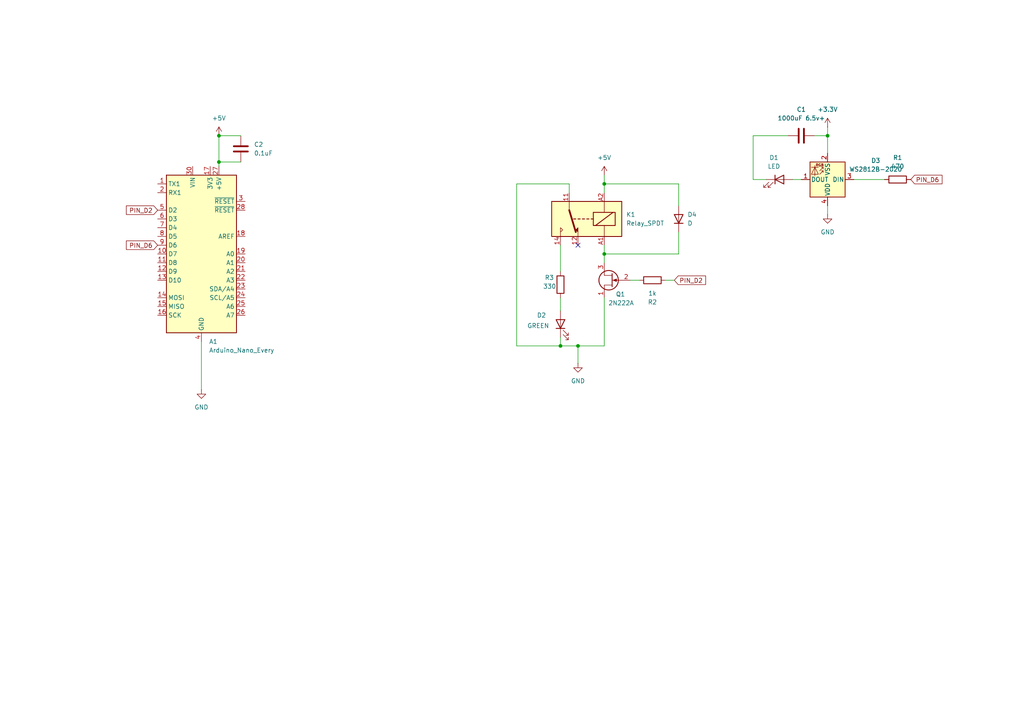
<source format=kicad_sch>
(kicad_sch
	(version 20231120)
	(generator "eeschema")
	(generator_version "8.0")
	(uuid "f73f8998-f784-4011-967f-5a4430ba309e")
	(paper "A4")
	(lib_symbols
		(symbol "Device:C"
			(pin_numbers hide)
			(pin_names
				(offset 0.254)
			)
			(exclude_from_sim no)
			(in_bom yes)
			(on_board yes)
			(property "Reference" "C"
				(at 0.635 2.54 0)
				(effects
					(font
						(size 1.27 1.27)
					)
					(justify left)
				)
			)
			(property "Value" "C"
				(at 0.635 -2.54 0)
				(effects
					(font
						(size 1.27 1.27)
					)
					(justify left)
				)
			)
			(property "Footprint" ""
				(at 0.9652 -3.81 0)
				(effects
					(font
						(size 1.27 1.27)
					)
					(hide yes)
				)
			)
			(property "Datasheet" "~"
				(at 0 0 0)
				(effects
					(font
						(size 1.27 1.27)
					)
					(hide yes)
				)
			)
			(property "Description" "Unpolarized capacitor"
				(at 0 0 0)
				(effects
					(font
						(size 1.27 1.27)
					)
					(hide yes)
				)
			)
			(property "ki_keywords" "cap capacitor"
				(at 0 0 0)
				(effects
					(font
						(size 1.27 1.27)
					)
					(hide yes)
				)
			)
			(property "ki_fp_filters" "C_*"
				(at 0 0 0)
				(effects
					(font
						(size 1.27 1.27)
					)
					(hide yes)
				)
			)
			(symbol "C_0_1"
				(polyline
					(pts
						(xy -2.032 -0.762) (xy 2.032 -0.762)
					)
					(stroke
						(width 0.508)
						(type default)
					)
					(fill
						(type none)
					)
				)
				(polyline
					(pts
						(xy -2.032 0.762) (xy 2.032 0.762)
					)
					(stroke
						(width 0.508)
						(type default)
					)
					(fill
						(type none)
					)
				)
			)
			(symbol "C_1_1"
				(pin passive line
					(at 0 3.81 270)
					(length 2.794)
					(name "~"
						(effects
							(font
								(size 1.27 1.27)
							)
						)
					)
					(number "1"
						(effects
							(font
								(size 1.27 1.27)
							)
						)
					)
				)
				(pin passive line
					(at 0 -3.81 90)
					(length 2.794)
					(name "~"
						(effects
							(font
								(size 1.27 1.27)
							)
						)
					)
					(number "2"
						(effects
							(font
								(size 1.27 1.27)
							)
						)
					)
				)
			)
		)
		(symbol "Device:D"
			(pin_numbers hide)
			(pin_names
				(offset 1.016) hide)
			(exclude_from_sim no)
			(in_bom yes)
			(on_board yes)
			(property "Reference" "D"
				(at 0 2.54 0)
				(effects
					(font
						(size 1.27 1.27)
					)
				)
			)
			(property "Value" "D"
				(at 0 -2.54 0)
				(effects
					(font
						(size 1.27 1.27)
					)
				)
			)
			(property "Footprint" ""
				(at 0 0 0)
				(effects
					(font
						(size 1.27 1.27)
					)
					(hide yes)
				)
			)
			(property "Datasheet" "~"
				(at 0 0 0)
				(effects
					(font
						(size 1.27 1.27)
					)
					(hide yes)
				)
			)
			(property "Description" "Diode"
				(at 0 0 0)
				(effects
					(font
						(size 1.27 1.27)
					)
					(hide yes)
				)
			)
			(property "Sim.Device" "D"
				(at 0 0 0)
				(effects
					(font
						(size 1.27 1.27)
					)
					(hide yes)
				)
			)
			(property "Sim.Pins" "1=K 2=A"
				(at 0 0 0)
				(effects
					(font
						(size 1.27 1.27)
					)
					(hide yes)
				)
			)
			(property "ki_keywords" "diode"
				(at 0 0 0)
				(effects
					(font
						(size 1.27 1.27)
					)
					(hide yes)
				)
			)
			(property "ki_fp_filters" "TO-???* *_Diode_* *SingleDiode* D_*"
				(at 0 0 0)
				(effects
					(font
						(size 1.27 1.27)
					)
					(hide yes)
				)
			)
			(symbol "D_0_1"
				(polyline
					(pts
						(xy -1.27 1.27) (xy -1.27 -1.27)
					)
					(stroke
						(width 0.254)
						(type default)
					)
					(fill
						(type none)
					)
				)
				(polyline
					(pts
						(xy 1.27 0) (xy -1.27 0)
					)
					(stroke
						(width 0)
						(type default)
					)
					(fill
						(type none)
					)
				)
				(polyline
					(pts
						(xy 1.27 1.27) (xy 1.27 -1.27) (xy -1.27 0) (xy 1.27 1.27)
					)
					(stroke
						(width 0.254)
						(type default)
					)
					(fill
						(type none)
					)
				)
			)
			(symbol "D_1_1"
				(pin passive line
					(at -3.81 0 0)
					(length 2.54)
					(name "K"
						(effects
							(font
								(size 1.27 1.27)
							)
						)
					)
					(number "1"
						(effects
							(font
								(size 1.27 1.27)
							)
						)
					)
				)
				(pin passive line
					(at 3.81 0 180)
					(length 2.54)
					(name "A"
						(effects
							(font
								(size 1.27 1.27)
							)
						)
					)
					(number "2"
						(effects
							(font
								(size 1.27 1.27)
							)
						)
					)
				)
			)
		)
		(symbol "Device:LED"
			(pin_numbers hide)
			(pin_names
				(offset 1.016) hide)
			(exclude_from_sim no)
			(in_bom yes)
			(on_board yes)
			(property "Reference" "D"
				(at 0 2.54 0)
				(effects
					(font
						(size 1.27 1.27)
					)
				)
			)
			(property "Value" "LED"
				(at 0 -2.54 0)
				(effects
					(font
						(size 1.27 1.27)
					)
				)
			)
			(property "Footprint" ""
				(at 0 0 0)
				(effects
					(font
						(size 1.27 1.27)
					)
					(hide yes)
				)
			)
			(property "Datasheet" "~"
				(at 0 0 0)
				(effects
					(font
						(size 1.27 1.27)
					)
					(hide yes)
				)
			)
			(property "Description" "Light emitting diode"
				(at 0 0 0)
				(effects
					(font
						(size 1.27 1.27)
					)
					(hide yes)
				)
			)
			(property "ki_keywords" "LED diode"
				(at 0 0 0)
				(effects
					(font
						(size 1.27 1.27)
					)
					(hide yes)
				)
			)
			(property "ki_fp_filters" "LED* LED_SMD:* LED_THT:*"
				(at 0 0 0)
				(effects
					(font
						(size 1.27 1.27)
					)
					(hide yes)
				)
			)
			(symbol "LED_0_1"
				(polyline
					(pts
						(xy -1.27 -1.27) (xy -1.27 1.27)
					)
					(stroke
						(width 0.254)
						(type default)
					)
					(fill
						(type none)
					)
				)
				(polyline
					(pts
						(xy -1.27 0) (xy 1.27 0)
					)
					(stroke
						(width 0)
						(type default)
					)
					(fill
						(type none)
					)
				)
				(polyline
					(pts
						(xy 1.27 -1.27) (xy 1.27 1.27) (xy -1.27 0) (xy 1.27 -1.27)
					)
					(stroke
						(width 0.254)
						(type default)
					)
					(fill
						(type none)
					)
				)
				(polyline
					(pts
						(xy -3.048 -0.762) (xy -4.572 -2.286) (xy -3.81 -2.286) (xy -4.572 -2.286) (xy -4.572 -1.524)
					)
					(stroke
						(width 0)
						(type default)
					)
					(fill
						(type none)
					)
				)
				(polyline
					(pts
						(xy -1.778 -0.762) (xy -3.302 -2.286) (xy -2.54 -2.286) (xy -3.302 -2.286) (xy -3.302 -1.524)
					)
					(stroke
						(width 0)
						(type default)
					)
					(fill
						(type none)
					)
				)
			)
			(symbol "LED_1_1"
				(pin passive line
					(at -3.81 0 0)
					(length 2.54)
					(name "K"
						(effects
							(font
								(size 1.27 1.27)
							)
						)
					)
					(number "1"
						(effects
							(font
								(size 1.27 1.27)
							)
						)
					)
				)
				(pin passive line
					(at 3.81 0 180)
					(length 2.54)
					(name "A"
						(effects
							(font
								(size 1.27 1.27)
							)
						)
					)
					(number "2"
						(effects
							(font
								(size 1.27 1.27)
							)
						)
					)
				)
			)
		)
		(symbol "Device:R"
			(pin_numbers hide)
			(pin_names
				(offset 0)
			)
			(exclude_from_sim no)
			(in_bom yes)
			(on_board yes)
			(property "Reference" "R"
				(at 2.032 0 90)
				(effects
					(font
						(size 1.27 1.27)
					)
				)
			)
			(property "Value" "R"
				(at 0 0 90)
				(effects
					(font
						(size 1.27 1.27)
					)
				)
			)
			(property "Footprint" ""
				(at -1.778 0 90)
				(effects
					(font
						(size 1.27 1.27)
					)
					(hide yes)
				)
			)
			(property "Datasheet" "~"
				(at 0 0 0)
				(effects
					(font
						(size 1.27 1.27)
					)
					(hide yes)
				)
			)
			(property "Description" "Resistor"
				(at 0 0 0)
				(effects
					(font
						(size 1.27 1.27)
					)
					(hide yes)
				)
			)
			(property "ki_keywords" "R res resistor"
				(at 0 0 0)
				(effects
					(font
						(size 1.27 1.27)
					)
					(hide yes)
				)
			)
			(property "ki_fp_filters" "R_*"
				(at 0 0 0)
				(effects
					(font
						(size 1.27 1.27)
					)
					(hide yes)
				)
			)
			(symbol "R_0_1"
				(rectangle
					(start -1.016 -2.54)
					(end 1.016 2.54)
					(stroke
						(width 0.254)
						(type default)
					)
					(fill
						(type none)
					)
				)
			)
			(symbol "R_1_1"
				(pin passive line
					(at 0 3.81 270)
					(length 1.27)
					(name "~"
						(effects
							(font
								(size 1.27 1.27)
							)
						)
					)
					(number "1"
						(effects
							(font
								(size 1.27 1.27)
							)
						)
					)
				)
				(pin passive line
					(at 0 -3.81 90)
					(length 1.27)
					(name "~"
						(effects
							(font
								(size 1.27 1.27)
							)
						)
					)
					(number "2"
						(effects
							(font
								(size 1.27 1.27)
							)
						)
					)
				)
			)
		)
		(symbol "LED:WS2812B-2020"
			(pin_names
				(offset 0.254)
			)
			(exclude_from_sim no)
			(in_bom yes)
			(on_board yes)
			(property "Reference" "D"
				(at 5.08 5.715 0)
				(effects
					(font
						(size 1.27 1.27)
					)
					(justify right bottom)
				)
			)
			(property "Value" "WS2812B-2020"
				(at 1.27 -5.715 0)
				(effects
					(font
						(size 1.27 1.27)
					)
					(justify left top)
				)
			)
			(property "Footprint" "LED_SMD:LED_WS2812B-2020_PLCC4_2.0x2.0mm"
				(at 1.27 -7.62 0)
				(effects
					(font
						(size 1.27 1.27)
					)
					(justify left top)
					(hide yes)
				)
			)
			(property "Datasheet" "https://cdn-shop.adafruit.com/product-files/4684/4684_WS2812B-2020_V1.3_EN.pdf"
				(at 2.54 -9.525 0)
				(effects
					(font
						(size 1.27 1.27)
					)
					(justify left top)
					(hide yes)
				)
			)
			(property "Description" "RGB LED with integrated controller, 2.0 x 2.0 mm, 12 mA"
				(at 0 0 0)
				(effects
					(font
						(size 1.27 1.27)
					)
					(hide yes)
				)
			)
			(property "ki_keywords" "RGB LED NeoPixel Nano addressable"
				(at 0 0 0)
				(effects
					(font
						(size 1.27 1.27)
					)
					(hide yes)
				)
			)
			(property "ki_fp_filters" "LED*WS2812*-2020_PLCC4*"
				(at 0 0 0)
				(effects
					(font
						(size 1.27 1.27)
					)
					(hide yes)
				)
			)
			(symbol "WS2812B-2020_0_0"
				(text "RGB"
					(at 2.286 -4.191 0)
					(effects
						(font
							(size 0.762 0.762)
						)
					)
				)
			)
			(symbol "WS2812B-2020_0_1"
				(polyline
					(pts
						(xy 1.27 -3.556) (xy 1.778 -3.556)
					)
					(stroke
						(width 0)
						(type default)
					)
					(fill
						(type none)
					)
				)
				(polyline
					(pts
						(xy 1.27 -2.54) (xy 1.778 -2.54)
					)
					(stroke
						(width 0)
						(type default)
					)
					(fill
						(type none)
					)
				)
				(polyline
					(pts
						(xy 4.699 -3.556) (xy 2.667 -3.556)
					)
					(stroke
						(width 0)
						(type default)
					)
					(fill
						(type none)
					)
				)
				(polyline
					(pts
						(xy 2.286 -2.54) (xy 1.27 -3.556) (xy 1.27 -3.048)
					)
					(stroke
						(width 0)
						(type default)
					)
					(fill
						(type none)
					)
				)
				(polyline
					(pts
						(xy 2.286 -1.524) (xy 1.27 -2.54) (xy 1.27 -2.032)
					)
					(stroke
						(width 0)
						(type default)
					)
					(fill
						(type none)
					)
				)
				(polyline
					(pts
						(xy 3.683 -1.016) (xy 3.683 -3.556) (xy 3.683 -4.064)
					)
					(stroke
						(width 0)
						(type default)
					)
					(fill
						(type none)
					)
				)
				(polyline
					(pts
						(xy 4.699 -1.524) (xy 2.667 -1.524) (xy 3.683 -3.556) (xy 4.699 -1.524)
					)
					(stroke
						(width 0)
						(type default)
					)
					(fill
						(type none)
					)
				)
				(rectangle
					(start 5.08 5.08)
					(end -5.08 -5.08)
					(stroke
						(width 0.254)
						(type default)
					)
					(fill
						(type background)
					)
				)
			)
			(symbol "WS2812B-2020_1_1"
				(pin output line
					(at 7.62 0 180)
					(length 2.54)
					(name "DOUT"
						(effects
							(font
								(size 1.27 1.27)
							)
						)
					)
					(number "1"
						(effects
							(font
								(size 1.27 1.27)
							)
						)
					)
				)
				(pin power_in line
					(at 0 -7.62 90)
					(length 2.54)
					(name "VSS"
						(effects
							(font
								(size 1.27 1.27)
							)
						)
					)
					(number "2"
						(effects
							(font
								(size 1.27 1.27)
							)
						)
					)
				)
				(pin input line
					(at -7.62 0 0)
					(length 2.54)
					(name "DIN"
						(effects
							(font
								(size 1.27 1.27)
							)
						)
					)
					(number "3"
						(effects
							(font
								(size 1.27 1.27)
							)
						)
					)
				)
				(pin power_in line
					(at 0 7.62 270)
					(length 2.54)
					(name "VDD"
						(effects
							(font
								(size 1.27 1.27)
							)
						)
					)
					(number "4"
						(effects
							(font
								(size 1.27 1.27)
							)
						)
					)
				)
			)
		)
		(symbol "MCU_Module:Arduino_Nano_Every"
			(exclude_from_sim no)
			(in_bom yes)
			(on_board yes)
			(property "Reference" "A"
				(at -10.16 23.495 0)
				(effects
					(font
						(size 1.27 1.27)
					)
					(justify left bottom)
				)
			)
			(property "Value" "Arduino_Nano_Every"
				(at 5.08 -24.13 0)
				(effects
					(font
						(size 1.27 1.27)
					)
					(justify left top)
				)
			)
			(property "Footprint" "Module:Arduino_Nano"
				(at 0 0 0)
				(effects
					(font
						(size 1.27 1.27)
						(italic yes)
					)
					(hide yes)
				)
			)
			(property "Datasheet" "https://content.arduino.cc/assets/NANOEveryV3.0_sch.pdf"
				(at 0 0 0)
				(effects
					(font
						(size 1.27 1.27)
					)
					(hide yes)
				)
			)
			(property "Description" "Arduino Nano Every"
				(at 0 0 0)
				(effects
					(font
						(size 1.27 1.27)
					)
					(hide yes)
				)
			)
			(property "ki_keywords" "Arduino nano microcontroller module USB UPDI AATMega4809 AVR"
				(at 0 0 0)
				(effects
					(font
						(size 1.27 1.27)
					)
					(hide yes)
				)
			)
			(property "ki_fp_filters" "Arduino*Nano*"
				(at 0 0 0)
				(effects
					(font
						(size 1.27 1.27)
					)
					(hide yes)
				)
			)
			(symbol "Arduino_Nano_Every_0_1"
				(rectangle
					(start -10.16 22.86)
					(end 10.16 -22.86)
					(stroke
						(width 0.254)
						(type default)
					)
					(fill
						(type background)
					)
				)
			)
			(symbol "Arduino_Nano_Every_1_1"
				(pin bidirectional line
					(at -12.7 20.32 0)
					(length 2.54)
					(name "TX1"
						(effects
							(font
								(size 1.27 1.27)
							)
						)
					)
					(number "1"
						(effects
							(font
								(size 1.27 1.27)
							)
						)
					)
				)
				(pin bidirectional line
					(at -12.7 0 0)
					(length 2.54)
					(name "D7"
						(effects
							(font
								(size 1.27 1.27)
							)
						)
					)
					(number "10"
						(effects
							(font
								(size 1.27 1.27)
							)
						)
					)
				)
				(pin bidirectional line
					(at -12.7 -2.54 0)
					(length 2.54)
					(name "D8"
						(effects
							(font
								(size 1.27 1.27)
							)
						)
					)
					(number "11"
						(effects
							(font
								(size 1.27 1.27)
							)
						)
					)
				)
				(pin bidirectional line
					(at -12.7 -5.08 0)
					(length 2.54)
					(name "D9"
						(effects
							(font
								(size 1.27 1.27)
							)
						)
					)
					(number "12"
						(effects
							(font
								(size 1.27 1.27)
							)
						)
					)
				)
				(pin bidirectional line
					(at -12.7 -7.62 0)
					(length 2.54)
					(name "D10"
						(effects
							(font
								(size 1.27 1.27)
							)
						)
					)
					(number "13"
						(effects
							(font
								(size 1.27 1.27)
							)
						)
					)
				)
				(pin bidirectional line
					(at -12.7 -12.7 0)
					(length 2.54)
					(name "MOSI"
						(effects
							(font
								(size 1.27 1.27)
							)
						)
					)
					(number "14"
						(effects
							(font
								(size 1.27 1.27)
							)
						)
					)
				)
				(pin bidirectional line
					(at -12.7 -15.24 0)
					(length 2.54)
					(name "MISO"
						(effects
							(font
								(size 1.27 1.27)
							)
						)
					)
					(number "15"
						(effects
							(font
								(size 1.27 1.27)
							)
						)
					)
				)
				(pin bidirectional line
					(at -12.7 -17.78 0)
					(length 2.54)
					(name "SCK"
						(effects
							(font
								(size 1.27 1.27)
							)
						)
					)
					(number "16"
						(effects
							(font
								(size 1.27 1.27)
							)
						)
					)
				)
				(pin power_out line
					(at 2.54 25.4 270)
					(length 2.54)
					(name "3V3"
						(effects
							(font
								(size 1.27 1.27)
							)
						)
					)
					(number "17"
						(effects
							(font
								(size 1.27 1.27)
							)
						)
					)
				)
				(pin input line
					(at 12.7 5.08 180)
					(length 2.54)
					(name "AREF"
						(effects
							(font
								(size 1.27 1.27)
							)
						)
					)
					(number "18"
						(effects
							(font
								(size 1.27 1.27)
							)
						)
					)
				)
				(pin bidirectional line
					(at 12.7 0 180)
					(length 2.54)
					(name "A0"
						(effects
							(font
								(size 1.27 1.27)
							)
						)
					)
					(number "19"
						(effects
							(font
								(size 1.27 1.27)
							)
						)
					)
				)
				(pin bidirectional line
					(at -12.7 17.78 0)
					(length 2.54)
					(name "RX1"
						(effects
							(font
								(size 1.27 1.27)
							)
						)
					)
					(number "2"
						(effects
							(font
								(size 1.27 1.27)
							)
						)
					)
				)
				(pin bidirectional line
					(at 12.7 -2.54 180)
					(length 2.54)
					(name "A1"
						(effects
							(font
								(size 1.27 1.27)
							)
						)
					)
					(number "20"
						(effects
							(font
								(size 1.27 1.27)
							)
						)
					)
				)
				(pin bidirectional line
					(at 12.7 -5.08 180)
					(length 2.54)
					(name "A2"
						(effects
							(font
								(size 1.27 1.27)
							)
						)
					)
					(number "21"
						(effects
							(font
								(size 1.27 1.27)
							)
						)
					)
				)
				(pin bidirectional line
					(at 12.7 -7.62 180)
					(length 2.54)
					(name "A3"
						(effects
							(font
								(size 1.27 1.27)
							)
						)
					)
					(number "22"
						(effects
							(font
								(size 1.27 1.27)
							)
						)
					)
				)
				(pin bidirectional line
					(at 12.7 -10.16 180)
					(length 2.54)
					(name "SDA/A4"
						(effects
							(font
								(size 1.27 1.27)
							)
						)
					)
					(number "23"
						(effects
							(font
								(size 1.27 1.27)
							)
						)
					)
				)
				(pin bidirectional line
					(at 12.7 -12.7 180)
					(length 2.54)
					(name "SCL/A5"
						(effects
							(font
								(size 1.27 1.27)
							)
						)
					)
					(number "24"
						(effects
							(font
								(size 1.27 1.27)
							)
						)
					)
				)
				(pin bidirectional line
					(at 12.7 -15.24 180)
					(length 2.54)
					(name "A6"
						(effects
							(font
								(size 1.27 1.27)
							)
						)
					)
					(number "25"
						(effects
							(font
								(size 1.27 1.27)
							)
						)
					)
				)
				(pin bidirectional line
					(at 12.7 -17.78 180)
					(length 2.54)
					(name "A7"
						(effects
							(font
								(size 1.27 1.27)
							)
						)
					)
					(number "26"
						(effects
							(font
								(size 1.27 1.27)
							)
						)
					)
				)
				(pin power_out line
					(at 5.08 25.4 270)
					(length 2.54)
					(name "+5V"
						(effects
							(font
								(size 1.27 1.27)
							)
						)
					)
					(number "27"
						(effects
							(font
								(size 1.27 1.27)
							)
						)
					)
				)
				(pin input line
					(at 12.7 12.7 180)
					(length 2.54)
					(name "~{RESET}"
						(effects
							(font
								(size 1.27 1.27)
							)
						)
					)
					(number "28"
						(effects
							(font
								(size 1.27 1.27)
							)
						)
					)
				)
				(pin passive line
					(at 0 -25.4 90)
					(length 2.54) hide
					(name "GND"
						(effects
							(font
								(size 1.27 1.27)
							)
						)
					)
					(number "29"
						(effects
							(font
								(size 1.27 1.27)
							)
						)
					)
				)
				(pin input line
					(at 12.7 15.24 180)
					(length 2.54)
					(name "~{RESET}"
						(effects
							(font
								(size 1.27 1.27)
							)
						)
					)
					(number "3"
						(effects
							(font
								(size 1.27 1.27)
							)
						)
					)
				)
				(pin power_in line
					(at -2.54 25.4 270)
					(length 2.54)
					(name "VIN"
						(effects
							(font
								(size 1.27 1.27)
							)
						)
					)
					(number "30"
						(effects
							(font
								(size 1.27 1.27)
							)
						)
					)
				)
				(pin power_in line
					(at 0 -25.4 90)
					(length 2.54)
					(name "GND"
						(effects
							(font
								(size 1.27 1.27)
							)
						)
					)
					(number "4"
						(effects
							(font
								(size 1.27 1.27)
							)
						)
					)
				)
				(pin bidirectional line
					(at -12.7 12.7 0)
					(length 2.54)
					(name "D2"
						(effects
							(font
								(size 1.27 1.27)
							)
						)
					)
					(number "5"
						(effects
							(font
								(size 1.27 1.27)
							)
						)
					)
				)
				(pin bidirectional line
					(at -12.7 10.16 0)
					(length 2.54)
					(name "D3"
						(effects
							(font
								(size 1.27 1.27)
							)
						)
					)
					(number "6"
						(effects
							(font
								(size 1.27 1.27)
							)
						)
					)
				)
				(pin bidirectional line
					(at -12.7 7.62 0)
					(length 2.54)
					(name "D4"
						(effects
							(font
								(size 1.27 1.27)
							)
						)
					)
					(number "7"
						(effects
							(font
								(size 1.27 1.27)
							)
						)
					)
				)
				(pin bidirectional line
					(at -12.7 5.08 0)
					(length 2.54)
					(name "D5"
						(effects
							(font
								(size 1.27 1.27)
							)
						)
					)
					(number "8"
						(effects
							(font
								(size 1.27 1.27)
							)
						)
					)
				)
				(pin bidirectional line
					(at -12.7 2.54 0)
					(length 2.54)
					(name "D6"
						(effects
							(font
								(size 1.27 1.27)
							)
						)
					)
					(number "9"
						(effects
							(font
								(size 1.27 1.27)
							)
						)
					)
				)
			)
		)
		(symbol "Relay:Relay_SPDT"
			(exclude_from_sim no)
			(in_bom yes)
			(on_board yes)
			(property "Reference" "K"
				(at 11.43 3.81 0)
				(effects
					(font
						(size 1.27 1.27)
					)
					(justify left)
				)
			)
			(property "Value" "Relay_SPDT"
				(at 11.43 1.27 0)
				(effects
					(font
						(size 1.27 1.27)
					)
					(justify left)
				)
			)
			(property "Footprint" ""
				(at 11.43 -1.27 0)
				(effects
					(font
						(size 1.27 1.27)
					)
					(justify left)
					(hide yes)
				)
			)
			(property "Datasheet" "~"
				(at 0 0 0)
				(effects
					(font
						(size 1.27 1.27)
					)
					(hide yes)
				)
			)
			(property "Description" "Relay SPDT, monostable, EN50005"
				(at 0 0 0)
				(effects
					(font
						(size 1.27 1.27)
					)
					(hide yes)
				)
			)
			(property "ki_keywords" "1P2T 1-Form-C single pole throw"
				(at 0 0 0)
				(effects
					(font
						(size 1.27 1.27)
					)
					(hide yes)
				)
			)
			(property "ki_fp_filters" "Relay?SPDT*"
				(at 0 0 0)
				(effects
					(font
						(size 1.27 1.27)
					)
					(hide yes)
				)
			)
			(symbol "Relay_SPDT_0_0"
				(polyline
					(pts
						(xy 7.62 5.08) (xy 7.62 2.54) (xy 6.985 3.175) (xy 7.62 3.81)
					)
					(stroke
						(width 0)
						(type default)
					)
					(fill
						(type none)
					)
				)
			)
			(symbol "Relay_SPDT_0_1"
				(rectangle
					(start -10.16 5.08)
					(end 10.16 -5.08)
					(stroke
						(width 0.254)
						(type default)
					)
					(fill
						(type background)
					)
				)
				(rectangle
					(start -8.255 1.905)
					(end -1.905 -1.905)
					(stroke
						(width 0.254)
						(type default)
					)
					(fill
						(type none)
					)
				)
				(polyline
					(pts
						(xy -7.62 -1.905) (xy -2.54 1.905)
					)
					(stroke
						(width 0.254)
						(type default)
					)
					(fill
						(type none)
					)
				)
				(polyline
					(pts
						(xy -5.08 -5.08) (xy -5.08 -1.905)
					)
					(stroke
						(width 0)
						(type default)
					)
					(fill
						(type none)
					)
				)
				(polyline
					(pts
						(xy -5.08 5.08) (xy -5.08 1.905)
					)
					(stroke
						(width 0)
						(type default)
					)
					(fill
						(type none)
					)
				)
				(polyline
					(pts
						(xy -1.905 0) (xy -1.27 0)
					)
					(stroke
						(width 0.254)
						(type default)
					)
					(fill
						(type none)
					)
				)
				(polyline
					(pts
						(xy -0.635 0) (xy 0 0)
					)
					(stroke
						(width 0.254)
						(type default)
					)
					(fill
						(type none)
					)
				)
				(polyline
					(pts
						(xy 0.635 0) (xy 1.27 0)
					)
					(stroke
						(width 0.254)
						(type default)
					)
					(fill
						(type none)
					)
				)
				(polyline
					(pts
						(xy 1.905 0) (xy 2.54 0)
					)
					(stroke
						(width 0.254)
						(type default)
					)
					(fill
						(type none)
					)
				)
				(polyline
					(pts
						(xy 3.175 0) (xy 3.81 0)
					)
					(stroke
						(width 0.254)
						(type default)
					)
					(fill
						(type none)
					)
				)
				(polyline
					(pts
						(xy 5.08 -2.54) (xy 3.175 3.81)
					)
					(stroke
						(width 0.508)
						(type default)
					)
					(fill
						(type none)
					)
				)
				(polyline
					(pts
						(xy 5.08 -2.54) (xy 5.08 -5.08)
					)
					(stroke
						(width 0)
						(type default)
					)
					(fill
						(type none)
					)
				)
				(polyline
					(pts
						(xy 2.54 5.08) (xy 2.54 2.54) (xy 3.175 3.175) (xy 2.54 3.81)
					)
					(stroke
						(width 0)
						(type default)
					)
					(fill
						(type outline)
					)
				)
			)
			(symbol "Relay_SPDT_1_1"
				(pin passive line
					(at 5.08 -7.62 90)
					(length 2.54)
					(name "~"
						(effects
							(font
								(size 1.27 1.27)
							)
						)
					)
					(number "11"
						(effects
							(font
								(size 1.27 1.27)
							)
						)
					)
				)
				(pin passive line
					(at 2.54 7.62 270)
					(length 2.54)
					(name "~"
						(effects
							(font
								(size 1.27 1.27)
							)
						)
					)
					(number "12"
						(effects
							(font
								(size 1.27 1.27)
							)
						)
					)
				)
				(pin passive line
					(at 7.62 7.62 270)
					(length 2.54)
					(name "~"
						(effects
							(font
								(size 1.27 1.27)
							)
						)
					)
					(number "14"
						(effects
							(font
								(size 1.27 1.27)
							)
						)
					)
				)
				(pin passive line
					(at -5.08 7.62 270)
					(length 2.54)
					(name "~"
						(effects
							(font
								(size 1.27 1.27)
							)
						)
					)
					(number "A1"
						(effects
							(font
								(size 1.27 1.27)
							)
						)
					)
				)
				(pin passive line
					(at -5.08 -7.62 90)
					(length 2.54)
					(name "~"
						(effects
							(font
								(size 1.27 1.27)
							)
						)
					)
					(number "A2"
						(effects
							(font
								(size 1.27 1.27)
							)
						)
					)
				)
			)
		)
		(symbol "Transistor_FET:2N3819"
			(pin_names hide)
			(exclude_from_sim no)
			(in_bom yes)
			(on_board yes)
			(property "Reference" "Q"
				(at 5.08 1.905 0)
				(effects
					(font
						(size 1.27 1.27)
					)
					(justify left)
				)
			)
			(property "Value" "2N3819"
				(at 5.08 0 0)
				(effects
					(font
						(size 1.27 1.27)
					)
					(justify left)
				)
			)
			(property "Footprint" "Package_TO_SOT_THT:TO-92"
				(at 5.08 -1.905 0)
				(effects
					(font
						(size 1.27 1.27)
						(italic yes)
					)
					(justify left)
					(hide yes)
				)
			)
			(property "Datasheet" "https://my.centralsemi.com/datasheets/2N3819.PDF"
				(at 5.08 -3.81 0)
				(effects
					(font
						(size 1.27 1.27)
					)
					(justify left)
					(hide yes)
				)
			)
			(property "Description" "20mA Id, 25V Vgs, N-Channel JFET Transistor, TO-92"
				(at 0 0 0)
				(effects
					(font
						(size 1.27 1.27)
					)
					(hide yes)
				)
			)
			(property "ki_keywords" "N-Channel JFET Transistor"
				(at 0 0 0)
				(effects
					(font
						(size 1.27 1.27)
					)
					(hide yes)
				)
			)
			(property "ki_fp_filters" "TO?92*"
				(at 0 0 0)
				(effects
					(font
						(size 1.27 1.27)
					)
					(hide yes)
				)
			)
			(symbol "2N3819_0_1"
				(polyline
					(pts
						(xy 0.254 0) (xy -2.54 0)
					)
					(stroke
						(width 0)
						(type default)
					)
					(fill
						(type none)
					)
				)
				(polyline
					(pts
						(xy 0.254 1.905) (xy 0.254 -1.905)
					)
					(stroke
						(width 0.254)
						(type default)
					)
					(fill
						(type none)
					)
				)
				(polyline
					(pts
						(xy 2.54 -2.54) (xy 2.54 -1.397) (xy 0.254 -1.397)
					)
					(stroke
						(width 0)
						(type default)
					)
					(fill
						(type none)
					)
				)
				(polyline
					(pts
						(xy 2.54 2.54) (xy 2.54 1.397) (xy 0.254 1.397)
					)
					(stroke
						(width 0)
						(type default)
					)
					(fill
						(type none)
					)
				)
				(polyline
					(pts
						(xy 0 0) (xy -1.016 0.381) (xy -1.016 -0.381) (xy 0 0)
					)
					(stroke
						(width 0)
						(type default)
					)
					(fill
						(type outline)
					)
				)
				(circle
					(center 1.27 0)
					(radius 2.8194)
					(stroke
						(width 0.254)
						(type default)
					)
					(fill
						(type none)
					)
				)
			)
			(symbol "2N3819_1_1"
				(pin passive line
					(at 2.54 5.08 270)
					(length 2.54)
					(name "D"
						(effects
							(font
								(size 1.27 1.27)
							)
						)
					)
					(number "1"
						(effects
							(font
								(size 1.27 1.27)
							)
						)
					)
				)
				(pin input line
					(at -5.08 0 0)
					(length 2.54)
					(name "G"
						(effects
							(font
								(size 1.27 1.27)
							)
						)
					)
					(number "2"
						(effects
							(font
								(size 1.27 1.27)
							)
						)
					)
				)
				(pin passive line
					(at 2.54 -5.08 90)
					(length 2.54)
					(name "S"
						(effects
							(font
								(size 1.27 1.27)
							)
						)
					)
					(number "3"
						(effects
							(font
								(size 1.27 1.27)
							)
						)
					)
				)
			)
		)
		(symbol "power:+5V"
			(power)
			(pin_numbers hide)
			(pin_names
				(offset 0) hide)
			(exclude_from_sim no)
			(in_bom yes)
			(on_board yes)
			(property "Reference" "#PWR"
				(at 0 -3.81 0)
				(effects
					(font
						(size 1.27 1.27)
					)
					(hide yes)
				)
			)
			(property "Value" "+5V"
				(at 0 3.556 0)
				(effects
					(font
						(size 1.27 1.27)
					)
				)
			)
			(property "Footprint" ""
				(at 0 0 0)
				(effects
					(font
						(size 1.27 1.27)
					)
					(hide yes)
				)
			)
			(property "Datasheet" ""
				(at 0 0 0)
				(effects
					(font
						(size 1.27 1.27)
					)
					(hide yes)
				)
			)
			(property "Description" "Power symbol creates a global label with name \"+5V\""
				(at 0 0 0)
				(effects
					(font
						(size 1.27 1.27)
					)
					(hide yes)
				)
			)
			(property "ki_keywords" "global power"
				(at 0 0 0)
				(effects
					(font
						(size 1.27 1.27)
					)
					(hide yes)
				)
			)
			(symbol "+5V_0_1"
				(polyline
					(pts
						(xy -0.762 1.27) (xy 0 2.54)
					)
					(stroke
						(width 0)
						(type default)
					)
					(fill
						(type none)
					)
				)
				(polyline
					(pts
						(xy 0 0) (xy 0 2.54)
					)
					(stroke
						(width 0)
						(type default)
					)
					(fill
						(type none)
					)
				)
				(polyline
					(pts
						(xy 0 2.54) (xy 0.762 1.27)
					)
					(stroke
						(width 0)
						(type default)
					)
					(fill
						(type none)
					)
				)
			)
			(symbol "+5V_1_1"
				(pin power_in line
					(at 0 0 90)
					(length 0)
					(name "~"
						(effects
							(font
								(size 1.27 1.27)
							)
						)
					)
					(number "1"
						(effects
							(font
								(size 1.27 1.27)
							)
						)
					)
				)
			)
		)
		(symbol "power:GND"
			(power)
			(pin_numbers hide)
			(pin_names
				(offset 0) hide)
			(exclude_from_sim no)
			(in_bom yes)
			(on_board yes)
			(property "Reference" "#PWR"
				(at 0 -6.35 0)
				(effects
					(font
						(size 1.27 1.27)
					)
					(hide yes)
				)
			)
			(property "Value" "GND"
				(at 0 -3.81 0)
				(effects
					(font
						(size 1.27 1.27)
					)
				)
			)
			(property "Footprint" ""
				(at 0 0 0)
				(effects
					(font
						(size 1.27 1.27)
					)
					(hide yes)
				)
			)
			(property "Datasheet" ""
				(at 0 0 0)
				(effects
					(font
						(size 1.27 1.27)
					)
					(hide yes)
				)
			)
			(property "Description" "Power symbol creates a global label with name \"GND\" , ground"
				(at 0 0 0)
				(effects
					(font
						(size 1.27 1.27)
					)
					(hide yes)
				)
			)
			(property "ki_keywords" "global power"
				(at 0 0 0)
				(effects
					(font
						(size 1.27 1.27)
					)
					(hide yes)
				)
			)
			(symbol "GND_0_1"
				(polyline
					(pts
						(xy 0 0) (xy 0 -1.27) (xy 1.27 -1.27) (xy 0 -2.54) (xy -1.27 -1.27) (xy 0 -1.27)
					)
					(stroke
						(width 0)
						(type default)
					)
					(fill
						(type none)
					)
				)
			)
			(symbol "GND_1_1"
				(pin power_in line
					(at 0 0 270)
					(length 0)
					(name "~"
						(effects
							(font
								(size 1.27 1.27)
							)
						)
					)
					(number "1"
						(effects
							(font
								(size 1.27 1.27)
							)
						)
					)
				)
			)
		)
	)
	(junction
		(at 175.26 73.66)
		(diameter 0)
		(color 0 0 0 0)
		(uuid "07d337b8-c855-4707-9fb5-1d3bf2d63e54")
	)
	(junction
		(at 63.5 46.99)
		(diameter 0)
		(color 0 0 0 0)
		(uuid "497fe96f-34d0-4655-8fd9-00f3a7fc886b")
	)
	(junction
		(at 63.5 39.37)
		(diameter 0)
		(color 0 0 0 0)
		(uuid "74abe797-9e6f-4f92-82ce-f4f15206360f")
	)
	(junction
		(at 240.03 39.37)
		(diameter 0)
		(color 0 0 0 0)
		(uuid "99b6b54a-a4a5-4867-855c-08dd991bbc1f")
	)
	(junction
		(at 167.64 100.33)
		(diameter 0)
		(color 0 0 0 0)
		(uuid "c1154410-03f4-4808-9bf0-7e8c3a9c13d2")
	)
	(junction
		(at 175.26 53.34)
		(diameter 0)
		(color 0 0 0 0)
		(uuid "d84997fa-7669-4a21-80db-cedef05d79b0")
	)
	(junction
		(at 162.56 100.33)
		(diameter 0)
		(color 0 0 0 0)
		(uuid "e3ba67ca-ffb9-43b4-b6aa-f485643880b3")
	)
	(no_connect
		(at 167.64 71.12)
		(uuid "41f7bdee-289c-44c2-b30a-e6bedf2f1ab2")
	)
	(wire
		(pts
			(xy 175.26 53.34) (xy 175.26 55.88)
		)
		(stroke
			(width 0)
			(type default)
		)
		(uuid "04ffd426-4d50-41e2-9d7a-ad9d5dbd6fa7")
	)
	(wire
		(pts
			(xy 240.03 59.69) (xy 240.03 62.23)
		)
		(stroke
			(width 0)
			(type default)
		)
		(uuid "0c387d3d-9aa2-4af4-abad-7bc1e0faa947")
	)
	(wire
		(pts
			(xy 149.86 53.34) (xy 149.86 100.33)
		)
		(stroke
			(width 0)
			(type default)
		)
		(uuid "0fcd79c5-fcad-4a5c-81fa-32b4fb265edb")
	)
	(wire
		(pts
			(xy 162.56 100.33) (xy 167.64 100.33)
		)
		(stroke
			(width 0)
			(type default)
		)
		(uuid "109ec1f6-172d-4814-91e6-bc5ea9f9aa48")
	)
	(wire
		(pts
			(xy 175.26 100.33) (xy 167.64 100.33)
		)
		(stroke
			(width 0)
			(type default)
		)
		(uuid "1975368d-9de7-4d01-9398-7477814db488")
	)
	(wire
		(pts
			(xy 175.26 73.66) (xy 175.26 76.2)
		)
		(stroke
			(width 0)
			(type default)
		)
		(uuid "1a025ef4-7a93-4b58-bddf-3d5210962c47")
	)
	(wire
		(pts
			(xy 165.1 53.34) (xy 149.86 53.34)
		)
		(stroke
			(width 0)
			(type default)
		)
		(uuid "21c8fb1b-0ff5-4f2b-bafe-9f1a1703c666")
	)
	(wire
		(pts
			(xy 228.6 39.37) (xy 218.44 39.37)
		)
		(stroke
			(width 0)
			(type default)
		)
		(uuid "2aaa19b2-0516-47e1-8bbf-72a18884de0f")
	)
	(wire
		(pts
			(xy 196.85 67.31) (xy 196.85 73.66)
		)
		(stroke
			(width 0)
			(type default)
		)
		(uuid "38b9d9e8-f85a-44f2-b716-98880c7b00da")
	)
	(wire
		(pts
			(xy 175.26 73.66) (xy 196.85 73.66)
		)
		(stroke
			(width 0)
			(type default)
		)
		(uuid "3a6df076-7156-4f89-aa48-1e6d19ad84ca")
	)
	(wire
		(pts
			(xy 185.42 81.28) (xy 182.88 81.28)
		)
		(stroke
			(width 0)
			(type default)
		)
		(uuid "3cee0c9a-317b-4554-ae26-fe7cdb3d64b3")
	)
	(wire
		(pts
			(xy 63.5 39.37) (xy 63.5 46.99)
		)
		(stroke
			(width 0)
			(type default)
		)
		(uuid "4150d9c2-c916-4a29-b24c-efc91bc815ff")
	)
	(wire
		(pts
			(xy 58.42 99.06) (xy 58.42 113.03)
		)
		(stroke
			(width 0)
			(type default)
		)
		(uuid "4399048e-d2a9-4440-975e-aa74292812f2")
	)
	(wire
		(pts
			(xy 240.03 39.37) (xy 240.03 44.45)
		)
		(stroke
			(width 0)
			(type default)
		)
		(uuid "5ab412cc-b3f2-466f-bed6-0b25d0757b98")
	)
	(wire
		(pts
			(xy 196.85 59.69) (xy 196.85 53.34)
		)
		(stroke
			(width 0)
			(type default)
		)
		(uuid "5df507af-6b06-45c1-9321-8dcb85a43fbd")
	)
	(wire
		(pts
			(xy 162.56 97.79) (xy 162.56 100.33)
		)
		(stroke
			(width 0)
			(type default)
		)
		(uuid "5e77dc2a-be85-432a-8bde-313e6a5e589e")
	)
	(wire
		(pts
			(xy 195.58 81.28) (xy 193.04 81.28)
		)
		(stroke
			(width 0)
			(type default)
		)
		(uuid "5ef64877-1b2b-4838-b05d-59a6e0111763")
	)
	(wire
		(pts
			(xy 63.5 46.99) (xy 69.85 46.99)
		)
		(stroke
			(width 0)
			(type default)
		)
		(uuid "7c749bea-c2bd-457f-851b-49db2d80be61")
	)
	(wire
		(pts
			(xy 63.5 39.37) (xy 69.85 39.37)
		)
		(stroke
			(width 0)
			(type default)
		)
		(uuid "801c6592-7165-4ecc-8b29-ca9a14df0121")
	)
	(wire
		(pts
			(xy 175.26 50.8) (xy 175.26 53.34)
		)
		(stroke
			(width 0)
			(type default)
		)
		(uuid "80397afd-e8eb-43c3-aa3e-0ce67bbd8d1f")
	)
	(wire
		(pts
			(xy 162.56 71.12) (xy 162.56 78.74)
		)
		(stroke
			(width 0)
			(type default)
		)
		(uuid "80d3114c-1ae4-4510-b75b-2528eebfa00a")
	)
	(wire
		(pts
			(xy 218.44 39.37) (xy 218.44 52.07)
		)
		(stroke
			(width 0)
			(type default)
		)
		(uuid "8327664d-f5f2-46f2-922b-60e0bb990686")
	)
	(wire
		(pts
			(xy 196.85 53.34) (xy 175.26 53.34)
		)
		(stroke
			(width 0)
			(type default)
		)
		(uuid "97ab660f-6e92-46dc-90ae-ce24119e8cc6")
	)
	(wire
		(pts
			(xy 236.22 39.37) (xy 240.03 39.37)
		)
		(stroke
			(width 0)
			(type default)
		)
		(uuid "9d4649cb-00e9-495a-a873-701abeeeb725")
	)
	(wire
		(pts
			(xy 218.44 52.07) (xy 222.25 52.07)
		)
		(stroke
			(width 0)
			(type default)
		)
		(uuid "a48d9b37-3352-470a-943d-13222725adec")
	)
	(wire
		(pts
			(xy 165.1 53.34) (xy 165.1 55.88)
		)
		(stroke
			(width 0)
			(type default)
		)
		(uuid "af20dd93-78d0-422d-a96a-67b2be4e46c8")
	)
	(wire
		(pts
			(xy 63.5 46.99) (xy 63.5 48.26)
		)
		(stroke
			(width 0)
			(type default)
		)
		(uuid "b2484b76-81aa-4132-9828-e45fba3a3109")
	)
	(wire
		(pts
			(xy 229.87 52.07) (xy 232.41 52.07)
		)
		(stroke
			(width 0)
			(type default)
		)
		(uuid "c462c95d-5d01-4e0f-be03-fb92995b746a")
	)
	(wire
		(pts
			(xy 240.03 36.83) (xy 240.03 39.37)
		)
		(stroke
			(width 0)
			(type default)
		)
		(uuid "cc3dcfde-f98e-4dcf-a58f-3ad143fda612")
	)
	(wire
		(pts
			(xy 175.26 86.36) (xy 175.26 100.33)
		)
		(stroke
			(width 0)
			(type default)
		)
		(uuid "d02251a0-c017-4a7c-b70a-0b937ce72324")
	)
	(wire
		(pts
			(xy 175.26 73.66) (xy 175.26 71.12)
		)
		(stroke
			(width 0)
			(type default)
		)
		(uuid "e1fd8404-0a04-4188-a9a4-7e7b2195ce53")
	)
	(wire
		(pts
			(xy 247.65 52.07) (xy 256.54 52.07)
		)
		(stroke
			(width 0)
			(type default)
		)
		(uuid "e5c72b45-6309-41cb-9fad-378d49fe5530")
	)
	(wire
		(pts
			(xy 162.56 86.36) (xy 162.56 90.17)
		)
		(stroke
			(width 0)
			(type default)
		)
		(uuid "f775975c-4522-4193-9fb6-0ca9a751c73f")
	)
	(wire
		(pts
			(xy 167.64 105.41) (xy 167.64 100.33)
		)
		(stroke
			(width 0)
			(type default)
		)
		(uuid "f9fb81a6-b2f9-4c2c-9673-050f2d129d9c")
	)
	(wire
		(pts
			(xy 149.86 100.33) (xy 162.56 100.33)
		)
		(stroke
			(width 0)
			(type default)
		)
		(uuid "fae133ef-d718-467d-9228-1de4a83d3455")
	)
	(global_label "PIN_D6"
		(shape input)
		(at 264.16 52.07 0)
		(fields_autoplaced yes)
		(effects
			(font
				(size 1.27 1.27)
			)
			(justify left)
		)
		(uuid "bb7f00fb-3630-4425-838a-90b52d845daf")
		(property "Intersheetrefs" "${INTERSHEET_REFS}"
			(at 273.7976 52.07 0)
			(effects
				(font
					(size 1.27 1.27)
				)
				(justify left)
				(hide yes)
			)
		)
	)
	(global_label "PIN_D2"
		(shape input)
		(at 195.58 81.28 0)
		(fields_autoplaced yes)
		(effects
			(font
				(size 1.27 1.27)
			)
			(justify left)
		)
		(uuid "c6874383-7bd8-4711-a3cf-6c31dd3b0ccf")
		(property "Intersheetrefs" "${INTERSHEET_REFS}"
			(at 205.2176 81.28 0)
			(effects
				(font
					(size 1.27 1.27)
				)
				(justify left)
				(hide yes)
			)
		)
	)
	(global_label "PIN_D6"
		(shape input)
		(at 45.72 71.12 180)
		(fields_autoplaced yes)
		(effects
			(font
				(size 1.27 1.27)
			)
			(justify right)
		)
		(uuid "c9f58c16-68a9-49dc-9db5-daf2b218669b")
		(property "Intersheetrefs" "${INTERSHEET_REFS}"
			(at 36.0824 71.12 0)
			(effects
				(font
					(size 1.27 1.27)
				)
				(justify right)
				(hide yes)
			)
		)
	)
	(global_label "PIN_D2"
		(shape input)
		(at 45.72 60.96 180)
		(fields_autoplaced yes)
		(effects
			(font
				(size 1.27 1.27)
			)
			(justify right)
		)
		(uuid "e7ba1aba-bc53-4eec-9199-aa5dbc8d44b8")
		(property "Intersheetrefs" "${INTERSHEET_REFS}"
			(at 36.0824 60.96 0)
			(effects
				(font
					(size 1.27 1.27)
				)
				(justify right)
				(hide yes)
			)
		)
	)
	(symbol
		(lib_id "Device:R")
		(at 162.56 82.55 0)
		(unit 1)
		(exclude_from_sim no)
		(in_bom yes)
		(on_board yes)
		(dnp no)
		(uuid "18019660-0fc5-4b20-9459-499795b658d0")
		(property "Reference" "R3"
			(at 157.988 80.518 0)
			(effects
				(font
					(size 1.27 1.27)
				)
				(justify left)
			)
		)
		(property "Value" "330"
			(at 157.48 83.058 0)
			(effects
				(font
					(size 1.27 1.27)
				)
				(justify left)
			)
		)
		(property "Footprint" ""
			(at 160.782 82.55 90)
			(effects
				(font
					(size 1.27 1.27)
				)
				(hide yes)
			)
		)
		(property "Datasheet" "~"
			(at 162.56 82.55 0)
			(effects
				(font
					(size 1.27 1.27)
				)
				(hide yes)
			)
		)
		(property "Description" "Resistor"
			(at 162.56 82.55 0)
			(effects
				(font
					(size 1.27 1.27)
				)
				(hide yes)
			)
		)
		(pin "2"
			(uuid "f6b45c90-de74-4ad9-ba1c-e026a76567c0")
		)
		(pin "1"
			(uuid "6611943e-71bc-49d3-9849-76bac07b37a4")
		)
		(instances
			(project "5v"
				(path "/f73f8998-f784-4011-967f-5a4430ba309e"
					(reference "R3")
					(unit 1)
				)
			)
		)
	)
	(symbol
		(lib_id "Device:LED")
		(at 162.56 93.98 90)
		(unit 1)
		(exclude_from_sim no)
		(in_bom yes)
		(on_board yes)
		(dnp no)
		(uuid "28a74748-797d-44b3-8dc5-005f2d06ab9d")
		(property "Reference" "D2"
			(at 155.702 91.44 90)
			(effects
				(font
					(size 1.27 1.27)
				)
				(justify right)
			)
		)
		(property "Value" "GREEN"
			(at 152.908 94.488 90)
			(effects
				(font
					(size 1.27 1.27)
				)
				(justify right)
			)
		)
		(property "Footprint" ""
			(at 162.56 93.98 0)
			(effects
				(font
					(size 1.27 1.27)
				)
				(hide yes)
			)
		)
		(property "Datasheet" "~"
			(at 162.56 93.98 0)
			(effects
				(font
					(size 1.27 1.27)
				)
				(hide yes)
			)
		)
		(property "Description" "Light emitting diode"
			(at 162.56 93.98 0)
			(effects
				(font
					(size 1.27 1.27)
				)
				(hide yes)
			)
		)
		(pin "2"
			(uuid "1d89d155-442f-4c6d-b0c5-78801b447ad2")
		)
		(pin "1"
			(uuid "cc359172-ae54-4fbc-967e-79749bd7c3ce")
		)
		(instances
			(project "5v"
				(path "/f73f8998-f784-4011-967f-5a4430ba309e"
					(reference "D2")
					(unit 1)
				)
			)
		)
	)
	(symbol
		(lib_id "Transistor_FET:2N3819")
		(at 177.8 81.28 180)
		(unit 1)
		(exclude_from_sim no)
		(in_bom yes)
		(on_board yes)
		(dnp no)
		(uuid "2c067a96-5c99-4553-a0f6-d5d221190d23")
		(property "Reference" "Q1"
			(at 181.356 85.344 0)
			(effects
				(font
					(size 1.27 1.27)
				)
				(justify left)
			)
		)
		(property "Value" "2N222A"
			(at 183.896 87.884 0)
			(effects
				(font
					(size 1.27 1.27)
				)
				(justify left)
			)
		)
		(property "Footprint" "Package_TO_SOT_THT:TO-92"
			(at 172.72 79.375 0)
			(effects
				(font
					(size 1.27 1.27)
					(italic yes)
				)
				(justify left)
				(hide yes)
			)
		)
		(property "Datasheet" "https://my.centralsemi.com/datasheets/2N3819.PDF"
			(at 172.72 77.47 0)
			(effects
				(font
					(size 1.27 1.27)
				)
				(justify left)
				(hide yes)
			)
		)
		(property "Description" "20mA Id, 25V Vgs, N-Channel JFET Transistor, TO-92"
			(at 177.8 81.28 0)
			(effects
				(font
					(size 1.27 1.27)
				)
				(hide yes)
			)
		)
		(pin "2"
			(uuid "11ce135f-d57d-4a89-981d-de9393e0b4db")
		)
		(pin "1"
			(uuid "cab40f08-9bd6-46db-8ee4-f372a831c064")
		)
		(pin "3"
			(uuid "10ee3df1-731a-4339-a59a-7ad0aaad0f64")
		)
		(instances
			(project "5v"
				(path "/f73f8998-f784-4011-967f-5a4430ba309e"
					(reference "Q1")
					(unit 1)
				)
			)
		)
	)
	(symbol
		(lib_id "Device:R")
		(at 189.23 81.28 270)
		(unit 1)
		(exclude_from_sim no)
		(in_bom yes)
		(on_board yes)
		(dnp no)
		(fields_autoplaced yes)
		(uuid "2d2c238c-4947-4b57-b435-ef5889770098")
		(property "Reference" "R2"
			(at 189.23 87.63 90)
			(effects
				(font
					(size 1.27 1.27)
				)
			)
		)
		(property "Value" "1k"
			(at 189.23 85.09 90)
			(effects
				(font
					(size 1.27 1.27)
				)
			)
		)
		(property "Footprint" ""
			(at 189.23 79.502 90)
			(effects
				(font
					(size 1.27 1.27)
				)
				(hide yes)
			)
		)
		(property "Datasheet" "~"
			(at 189.23 81.28 0)
			(effects
				(font
					(size 1.27 1.27)
				)
				(hide yes)
			)
		)
		(property "Description" "Resistor"
			(at 189.23 81.28 0)
			(effects
				(font
					(size 1.27 1.27)
				)
				(hide yes)
			)
		)
		(pin "2"
			(uuid "2ebd250e-b542-482e-885b-37661b1c2bf2")
		)
		(pin "1"
			(uuid "485d1c3d-dcc9-486c-80f5-65f770a10469")
		)
		(instances
			(project "5v"
				(path "/f73f8998-f784-4011-967f-5a4430ba309e"
					(reference "R2")
					(unit 1)
				)
			)
		)
	)
	(symbol
		(lib_id "power:GND")
		(at 58.42 113.03 0)
		(unit 1)
		(exclude_from_sim no)
		(in_bom yes)
		(on_board yes)
		(dnp no)
		(fields_autoplaced yes)
		(uuid "2e2d9805-7ae9-4f49-9fb5-a49cf21a257d")
		(property "Reference" "#PWR02"
			(at 58.42 119.38 0)
			(effects
				(font
					(size 1.27 1.27)
				)
				(hide yes)
			)
		)
		(property "Value" "GND"
			(at 58.42 118.11 0)
			(effects
				(font
					(size 1.27 1.27)
				)
			)
		)
		(property "Footprint" ""
			(at 58.42 113.03 0)
			(effects
				(font
					(size 1.27 1.27)
				)
				(hide yes)
			)
		)
		(property "Datasheet" ""
			(at 58.42 113.03 0)
			(effects
				(font
					(size 1.27 1.27)
				)
				(hide yes)
			)
		)
		(property "Description" "Power symbol creates a global label with name \"GND\" , ground"
			(at 58.42 113.03 0)
			(effects
				(font
					(size 1.27 1.27)
				)
				(hide yes)
			)
		)
		(pin "1"
			(uuid "482e56ee-3951-4d99-b745-11d7f97d0e71")
		)
		(instances
			(project ""
				(path "/f73f8998-f784-4011-967f-5a4430ba309e"
					(reference "#PWR02")
					(unit 1)
				)
			)
		)
	)
	(symbol
		(lib_id "power:+5V")
		(at 240.03 36.83 0)
		(unit 1)
		(exclude_from_sim no)
		(in_bom yes)
		(on_board yes)
		(dnp no)
		(fields_autoplaced yes)
		(uuid "562b1022-25ab-498a-82e2-20c4abb2f68f")
		(property "Reference" "#PWR04"
			(at 240.03 40.64 0)
			(effects
				(font
					(size 1.27 1.27)
				)
				(hide yes)
			)
		)
		(property "Value" "+3.3V"
			(at 240.03 31.75 0)
			(effects
				(font
					(size 1.27 1.27)
				)
			)
		)
		(property "Footprint" ""
			(at 240.03 36.83 0)
			(effects
				(font
					(size 1.27 1.27)
				)
				(hide yes)
			)
		)
		(property "Datasheet" ""
			(at 240.03 36.83 0)
			(effects
				(font
					(size 1.27 1.27)
				)
				(hide yes)
			)
		)
		(property "Description" "Power symbol creates a global label with name \"+5V\""
			(at 240.03 36.83 0)
			(effects
				(font
					(size 1.27 1.27)
				)
				(hide yes)
			)
		)
		(pin "1"
			(uuid "0023dd0a-9dee-40e0-9563-7fb8246b6809")
		)
		(instances
			(project "5v"
				(path "/f73f8998-f784-4011-967f-5a4430ba309e"
					(reference "#PWR04")
					(unit 1)
				)
			)
		)
	)
	(symbol
		(lib_id "Relay:Relay_SPDT")
		(at 170.18 63.5 180)
		(unit 1)
		(exclude_from_sim no)
		(in_bom yes)
		(on_board yes)
		(dnp no)
		(fields_autoplaced yes)
		(uuid "57a7cbf1-7232-4e4e-bcdb-6c3211e3f815")
		(property "Reference" "K1"
			(at 181.61 62.2299 0)
			(effects
				(font
					(size 1.27 1.27)
				)
				(justify right)
			)
		)
		(property "Value" "Relay_SPDT"
			(at 181.61 64.7699 0)
			(effects
				(font
					(size 1.27 1.27)
				)
				(justify right)
			)
		)
		(property "Footprint" ""
			(at 158.75 62.23 0)
			(effects
				(font
					(size 1.27 1.27)
				)
				(justify left)
				(hide yes)
			)
		)
		(property "Datasheet" "~"
			(at 170.18 63.5 0)
			(effects
				(font
					(size 1.27 1.27)
				)
				(hide yes)
			)
		)
		(property "Description" "Relay SPDT, monostable, EN50005"
			(at 170.18 63.5 0)
			(effects
				(font
					(size 1.27 1.27)
				)
				(hide yes)
			)
		)
		(pin "A2"
			(uuid "4fbccc63-27f4-4351-9bb0-6d8a1405b165")
		)
		(pin "14"
			(uuid "ad3af1d1-9425-4159-a6e6-f6f4739ad6a7")
		)
		(pin "A1"
			(uuid "2b4fe6da-9330-4318-94d6-588e06842041")
		)
		(pin "12"
			(uuid "d6830894-d7d7-4d85-b72a-8dbf75c7237c")
		)
		(pin "11"
			(uuid "ee33a446-5385-46e3-8d4b-60485b876287")
		)
		(instances
			(project ""
				(path "/f73f8998-f784-4011-967f-5a4430ba309e"
					(reference "K1")
					(unit 1)
				)
			)
		)
	)
	(symbol
		(lib_id "Device:R")
		(at 260.35 52.07 90)
		(unit 1)
		(exclude_from_sim no)
		(in_bom yes)
		(on_board yes)
		(dnp no)
		(fields_autoplaced yes)
		(uuid "59b006c4-f257-4298-bd18-435df9b0d71d")
		(property "Reference" "R1"
			(at 260.35 45.72 90)
			(effects
				(font
					(size 1.27 1.27)
				)
			)
		)
		(property "Value" "470"
			(at 260.35 48.26 90)
			(effects
				(font
					(size 1.27 1.27)
				)
			)
		)
		(property "Footprint" ""
			(at 260.35 53.848 90)
			(effects
				(font
					(size 1.27 1.27)
				)
				(hide yes)
			)
		)
		(property "Datasheet" "~"
			(at 260.35 52.07 0)
			(effects
				(font
					(size 1.27 1.27)
				)
				(hide yes)
			)
		)
		(property "Description" "Resistor"
			(at 260.35 52.07 0)
			(effects
				(font
					(size 1.27 1.27)
				)
				(hide yes)
			)
		)
		(pin "2"
			(uuid "35ab8470-8af9-444d-a9d6-d811360873b8")
		)
		(pin "1"
			(uuid "7e432ff9-820c-404c-a172-5a72f48b5dd7")
		)
		(instances
			(project "5v"
				(path "/f73f8998-f784-4011-967f-5a4430ba309e"
					(reference "R1")
					(unit 1)
				)
			)
		)
	)
	(symbol
		(lib_id "Device:D")
		(at 196.85 63.5 90)
		(unit 1)
		(exclude_from_sim no)
		(in_bom yes)
		(on_board yes)
		(dnp no)
		(fields_autoplaced yes)
		(uuid "87d2eb33-f014-4080-9a75-a5d8e74a752d")
		(property "Reference" "D4"
			(at 199.39 62.2299 90)
			(effects
				(font
					(size 1.27 1.27)
				)
				(justify right)
			)
		)
		(property "Value" "D"
			(at 199.39 64.7699 90)
			(effects
				(font
					(size 1.27 1.27)
				)
				(justify right)
			)
		)
		(property "Footprint" ""
			(at 196.85 63.5 0)
			(effects
				(font
					(size 1.27 1.27)
				)
				(hide yes)
			)
		)
		(property "Datasheet" "~"
			(at 196.85 63.5 0)
			(effects
				(font
					(size 1.27 1.27)
				)
				(hide yes)
			)
		)
		(property "Description" "Diode"
			(at 196.85 63.5 0)
			(effects
				(font
					(size 1.27 1.27)
				)
				(hide yes)
			)
		)
		(property "Sim.Device" "D"
			(at 196.85 63.5 0)
			(effects
				(font
					(size 1.27 1.27)
				)
				(hide yes)
			)
		)
		(property "Sim.Pins" "1=K 2=A"
			(at 196.85 63.5 0)
			(effects
				(font
					(size 1.27 1.27)
				)
				(hide yes)
			)
		)
		(pin "2"
			(uuid "44a72562-771d-4dc2-8bec-7e14c9e6f540")
		)
		(pin "1"
			(uuid "09361717-4b85-4a9e-a9ea-532746a399d5")
		)
		(instances
			(project "5v"
				(path "/f73f8998-f784-4011-967f-5a4430ba309e"
					(reference "D4")
					(unit 1)
				)
			)
		)
	)
	(symbol
		(lib_id "power:+5V")
		(at 175.26 50.8 0)
		(unit 1)
		(exclude_from_sim no)
		(in_bom yes)
		(on_board yes)
		(dnp no)
		(fields_autoplaced yes)
		(uuid "92d4652a-efd8-4ae1-9646-228f08f44987")
		(property "Reference" "#PWR03"
			(at 175.26 54.61 0)
			(effects
				(font
					(size 1.27 1.27)
				)
				(hide yes)
			)
		)
		(property "Value" "+5V"
			(at 175.26 45.72 0)
			(effects
				(font
					(size 1.27 1.27)
				)
			)
		)
		(property "Footprint" ""
			(at 175.26 50.8 0)
			(effects
				(font
					(size 1.27 1.27)
				)
				(hide yes)
			)
		)
		(property "Datasheet" ""
			(at 175.26 50.8 0)
			(effects
				(font
					(size 1.27 1.27)
				)
				(hide yes)
			)
		)
		(property "Description" "Power symbol creates a global label with name \"+5V\""
			(at 175.26 50.8 0)
			(effects
				(font
					(size 1.27 1.27)
				)
				(hide yes)
			)
		)
		(pin "1"
			(uuid "46fae384-9b8d-48ea-9ef1-e77c9c3e8c3e")
		)
		(instances
			(project "5v"
				(path "/f73f8998-f784-4011-967f-5a4430ba309e"
					(reference "#PWR03")
					(unit 1)
				)
			)
		)
	)
	(symbol
		(lib_id "Device:C")
		(at 69.85 43.18 0)
		(unit 1)
		(exclude_from_sim no)
		(in_bom yes)
		(on_board yes)
		(dnp no)
		(fields_autoplaced yes)
		(uuid "a5284a39-7ca9-4fb4-917a-ef09102e4a30")
		(property "Reference" "C2"
			(at 73.66 41.9099 0)
			(effects
				(font
					(size 1.27 1.27)
				)
				(justify left)
			)
		)
		(property "Value" "0.1uF"
			(at 73.66 44.4499 0)
			(effects
				(font
					(size 1.27 1.27)
				)
				(justify left)
			)
		)
		(property "Footprint" ""
			(at 70.8152 46.99 0)
			(effects
				(font
					(size 1.27 1.27)
				)
				(hide yes)
			)
		)
		(property "Datasheet" "~"
			(at 69.85 43.18 0)
			(effects
				(font
					(size 1.27 1.27)
				)
				(hide yes)
			)
		)
		(property "Description" "Unpolarized capacitor"
			(at 69.85 43.18 0)
			(effects
				(font
					(size 1.27 1.27)
				)
				(hide yes)
			)
		)
		(pin "2"
			(uuid "e8a71a07-992d-44f2-99a6-eb8905c2a8f7")
		)
		(pin "1"
			(uuid "cef52bd5-a985-4eb7-be1f-99474215f71e")
		)
		(instances
			(project ""
				(path "/f73f8998-f784-4011-967f-5a4430ba309e"
					(reference "C2")
					(unit 1)
				)
			)
		)
	)
	(symbol
		(lib_id "power:GND")
		(at 167.64 105.41 0)
		(unit 1)
		(exclude_from_sim no)
		(in_bom yes)
		(on_board yes)
		(dnp no)
		(fields_autoplaced yes)
		(uuid "c0160a14-549a-4ef4-8e37-fa1e81a6bd39")
		(property "Reference" "#PWR07"
			(at 167.64 111.76 0)
			(effects
				(font
					(size 1.27 1.27)
				)
				(hide yes)
			)
		)
		(property "Value" "GND"
			(at 167.64 110.49 0)
			(effects
				(font
					(size 1.27 1.27)
				)
			)
		)
		(property "Footprint" ""
			(at 167.64 105.41 0)
			(effects
				(font
					(size 1.27 1.27)
				)
				(hide yes)
			)
		)
		(property "Datasheet" ""
			(at 167.64 105.41 0)
			(effects
				(font
					(size 1.27 1.27)
				)
				(hide yes)
			)
		)
		(property "Description" "Power symbol creates a global label with name \"GND\" , ground"
			(at 167.64 105.41 0)
			(effects
				(font
					(size 1.27 1.27)
				)
				(hide yes)
			)
		)
		(pin "1"
			(uuid "45a61004-9817-4f9c-8c95-56a86c52fb1a")
		)
		(instances
			(project "5v"
				(path "/f73f8998-f784-4011-967f-5a4430ba309e"
					(reference "#PWR07")
					(unit 1)
				)
			)
		)
	)
	(symbol
		(lib_id "LED:WS2812B-2020")
		(at 240.03 52.07 180)
		(unit 1)
		(exclude_from_sim no)
		(in_bom yes)
		(on_board yes)
		(dnp no)
		(fields_autoplaced yes)
		(uuid "c562a980-937a-4aae-8b5e-e4159c62d26c")
		(property "Reference" "D3"
			(at 254 46.5738 0)
			(effects
				(font
					(size 1.27 1.27)
				)
			)
		)
		(property "Value" "WS2812B-2020"
			(at 254 49.1138 0)
			(effects
				(font
					(size 1.27 1.27)
				)
			)
		)
		(property "Footprint" "LED_SMD:LED_WS2812B-2020_PLCC4_2.0x2.0mm"
			(at 238.76 44.45 0)
			(effects
				(font
					(size 1.27 1.27)
				)
				(justify left top)
				(hide yes)
			)
		)
		(property "Datasheet" "https://cdn-shop.adafruit.com/product-files/4684/4684_WS2812B-2020_V1.3_EN.pdf"
			(at 237.49 42.545 0)
			(effects
				(font
					(size 1.27 1.27)
				)
				(justify left top)
				(hide yes)
			)
		)
		(property "Description" "RGB LED with integrated controller, 2.0 x 2.0 mm, 12 mA"
			(at 240.03 52.07 0)
			(effects
				(font
					(size 1.27 1.27)
				)
				(hide yes)
			)
		)
		(pin "1"
			(uuid "53b3fb31-734a-44f6-98a5-7046e0063e34")
		)
		(pin "4"
			(uuid "d97abd24-484f-4092-b41f-5c60da1ef1ee")
		)
		(pin "3"
			(uuid "f179a9a8-a855-43fd-b5fa-a60210aa10a9")
		)
		(pin "2"
			(uuid "ac89c4ad-ddec-4323-af50-c33256902cf7")
		)
		(instances
			(project "5v"
				(path "/f73f8998-f784-4011-967f-5a4430ba309e"
					(reference "D3")
					(unit 1)
				)
			)
		)
	)
	(symbol
		(lib_id "Device:C")
		(at 232.41 39.37 90)
		(unit 1)
		(exclude_from_sim no)
		(in_bom yes)
		(on_board yes)
		(dnp no)
		(fields_autoplaced yes)
		(uuid "cc63d441-07a6-4383-982e-11fb44efbc31")
		(property "Reference" "C1"
			(at 232.41 31.75 90)
			(effects
				(font
					(size 1.27 1.27)
				)
			)
		)
		(property "Value" "1000uF 6.5v+"
			(at 232.41 34.29 90)
			(effects
				(font
					(size 1.27 1.27)
				)
			)
		)
		(property "Footprint" ""
			(at 236.22 38.4048 0)
			(effects
				(font
					(size 1.27 1.27)
				)
				(hide yes)
			)
		)
		(property "Datasheet" "~"
			(at 232.41 39.37 0)
			(effects
				(font
					(size 1.27 1.27)
				)
				(hide yes)
			)
		)
		(property "Description" "Unpolarized capacitor"
			(at 232.41 39.37 0)
			(effects
				(font
					(size 1.27 1.27)
				)
				(hide yes)
			)
		)
		(pin "2"
			(uuid "8ebccec0-2e8f-470f-a20e-3bd9413d1287")
		)
		(pin "1"
			(uuid "cbdd8e2f-addb-475f-a3d0-9320de11bcdb")
		)
		(instances
			(project "5v"
				(path "/f73f8998-f784-4011-967f-5a4430ba309e"
					(reference "C1")
					(unit 1)
				)
			)
		)
	)
	(symbol
		(lib_id "Device:LED")
		(at 226.06 52.07 0)
		(unit 1)
		(exclude_from_sim no)
		(in_bom yes)
		(on_board yes)
		(dnp no)
		(fields_autoplaced yes)
		(uuid "d52c779e-4dec-4580-94b0-44aa0ab1b56b")
		(property "Reference" "D1"
			(at 224.4725 45.72 0)
			(effects
				(font
					(size 1.27 1.27)
				)
			)
		)
		(property "Value" "LED"
			(at 224.4725 48.26 0)
			(effects
				(font
					(size 1.27 1.27)
				)
			)
		)
		(property "Footprint" ""
			(at 226.06 52.07 0)
			(effects
				(font
					(size 1.27 1.27)
				)
				(hide yes)
			)
		)
		(property "Datasheet" "~"
			(at 226.06 52.07 0)
			(effects
				(font
					(size 1.27 1.27)
				)
				(hide yes)
			)
		)
		(property "Description" "Light emitting diode"
			(at 226.06 52.07 0)
			(effects
				(font
					(size 1.27 1.27)
				)
				(hide yes)
			)
		)
		(pin "2"
			(uuid "88199fd8-34a4-4349-85fd-ad13d9615730")
		)
		(pin "1"
			(uuid "fc7ed6b7-bc47-4a10-863a-472bac2b57a7")
		)
		(instances
			(project "5v"
				(path "/f73f8998-f784-4011-967f-5a4430ba309e"
					(reference "D1")
					(unit 1)
				)
			)
		)
	)
	(symbol
		(lib_id "power:GND")
		(at 240.03 62.23 0)
		(unit 1)
		(exclude_from_sim no)
		(in_bom yes)
		(on_board yes)
		(dnp no)
		(fields_autoplaced yes)
		(uuid "e30c6ae4-7f8a-486b-9e7c-73ec1b4c7a34")
		(property "Reference" "#PWR05"
			(at 240.03 68.58 0)
			(effects
				(font
					(size 1.27 1.27)
				)
				(hide yes)
			)
		)
		(property "Value" "GND"
			(at 240.03 67.31 0)
			(effects
				(font
					(size 1.27 1.27)
				)
			)
		)
		(property "Footprint" ""
			(at 240.03 62.23 0)
			(effects
				(font
					(size 1.27 1.27)
				)
				(hide yes)
			)
		)
		(property "Datasheet" ""
			(at 240.03 62.23 0)
			(effects
				(font
					(size 1.27 1.27)
				)
				(hide yes)
			)
		)
		(property "Description" "Power symbol creates a global label with name \"GND\" , ground"
			(at 240.03 62.23 0)
			(effects
				(font
					(size 1.27 1.27)
				)
				(hide yes)
			)
		)
		(pin "1"
			(uuid "5515f3f5-29c1-4660-b8ba-19ecceb564b6")
		)
		(instances
			(project "5v"
				(path "/f73f8998-f784-4011-967f-5a4430ba309e"
					(reference "#PWR05")
					(unit 1)
				)
			)
		)
	)
	(symbol
		(lib_id "power:+5V")
		(at 63.5 39.37 0)
		(unit 1)
		(exclude_from_sim no)
		(in_bom yes)
		(on_board yes)
		(dnp no)
		(fields_autoplaced yes)
		(uuid "e730382d-c787-4923-9c2a-09d2e8b617d3")
		(property "Reference" "#PWR01"
			(at 63.5 43.18 0)
			(effects
				(font
					(size 1.27 1.27)
				)
				(hide yes)
			)
		)
		(property "Value" "+5V"
			(at 63.5 34.29 0)
			(effects
				(font
					(size 1.27 1.27)
				)
			)
		)
		(property "Footprint" ""
			(at 63.5 39.37 0)
			(effects
				(font
					(size 1.27 1.27)
				)
				(hide yes)
			)
		)
		(property "Datasheet" ""
			(at 63.5 39.37 0)
			(effects
				(font
					(size 1.27 1.27)
				)
				(hide yes)
			)
		)
		(property "Description" "Power symbol creates a global label with name \"+5V\""
			(at 63.5 39.37 0)
			(effects
				(font
					(size 1.27 1.27)
				)
				(hide yes)
			)
		)
		(pin "1"
			(uuid "d6e1d655-be44-4b75-a39e-9cee4c3fcb3b")
		)
		(instances
			(project ""
				(path "/f73f8998-f784-4011-967f-5a4430ba309e"
					(reference "#PWR01")
					(unit 1)
				)
			)
		)
	)
	(symbol
		(lib_id "MCU_Module:Arduino_Nano_Every")
		(at 58.42 73.66 0)
		(unit 1)
		(exclude_from_sim no)
		(in_bom yes)
		(on_board yes)
		(dnp no)
		(fields_autoplaced yes)
		(uuid "ef6291f8-1bcf-407c-a97d-02de63101d7e")
		(property "Reference" "A1"
			(at 60.6141 99.06 0)
			(effects
				(font
					(size 1.27 1.27)
				)
				(justify left)
			)
		)
		(property "Value" "Arduino_Nano_Every"
			(at 60.6141 101.6 0)
			(effects
				(font
					(size 1.27 1.27)
				)
				(justify left)
			)
		)
		(property "Footprint" "Module:Arduino_Nano"
			(at 58.42 73.66 0)
			(effects
				(font
					(size 1.27 1.27)
					(italic yes)
				)
				(hide yes)
			)
		)
		(property "Datasheet" "https://content.arduino.cc/assets/NANOEveryV3.0_sch.pdf"
			(at 58.42 73.66 0)
			(effects
				(font
					(size 1.27 1.27)
				)
				(hide yes)
			)
		)
		(property "Description" "Arduino Nano Every"
			(at 58.42 73.66 0)
			(effects
				(font
					(size 1.27 1.27)
				)
				(hide yes)
			)
		)
		(pin "26"
			(uuid "22c7f1f9-2709-4c67-865c-0d55f63fa5dd")
		)
		(pin "15"
			(uuid "f0b0fbb4-dd86-4a74-8b63-78189830b726")
		)
		(pin "30"
			(uuid "adf0a70f-0c87-40a9-aacf-e6704e82674e")
		)
		(pin "25"
			(uuid "5f45ab81-2d04-4735-8660-3cefcf1a037d")
		)
		(pin "29"
			(uuid "16d45aea-ecc3-45ed-b871-6d7472045698")
		)
		(pin "5"
			(uuid "562c8ff6-1c0b-40a9-b477-65073b90407b")
		)
		(pin "11"
			(uuid "6135b0fe-d3f2-4b2f-970d-afb451c71fef")
		)
		(pin "1"
			(uuid "56bad1e5-b162-4f9c-a2e2-82b027c33839")
		)
		(pin "21"
			(uuid "071b574c-c441-4da6-8c00-c87708ab644d")
		)
		(pin "8"
			(uuid "d323b4cb-eb37-4f52-b877-a4950788976d")
		)
		(pin "23"
			(uuid "049b3f5b-6513-4839-b9cf-3b7da9d40e15")
		)
		(pin "14"
			(uuid "f66e7a58-595d-4add-941d-50a039acbece")
		)
		(pin "28"
			(uuid "8f7e965c-c355-43cf-bd18-fdccd7aacde9")
		)
		(pin "4"
			(uuid "59a2937f-a5b8-4e08-920f-e82ed5bc375c")
		)
		(pin "7"
			(uuid "124649df-d2aa-4ca4-8c64-8ddb19d77ac1")
		)
		(pin "22"
			(uuid "368155e1-2864-4acb-94e8-501d3d749379")
		)
		(pin "19"
			(uuid "627cefb7-13f3-4c60-a24d-7ea3613575e8")
		)
		(pin "9"
			(uuid "a97ed1e2-b4c5-4913-ad0b-3c7a8212456d")
		)
		(pin "6"
			(uuid "750f78b7-7795-4e32-9d02-bbfa0ed6ee63")
		)
		(pin "20"
			(uuid "6c2dbaf8-7464-43b0-b16a-c88b104e4a24")
		)
		(pin "27"
			(uuid "6192e16c-26d8-4fea-9cee-6ab7f852d4d1")
		)
		(pin "3"
			(uuid "f60aec24-e769-480b-8333-8af98dea9c4e")
		)
		(pin "10"
			(uuid "3fb7eafd-0487-4704-a727-2699cdf54396")
		)
		(pin "16"
			(uuid "292af5d2-d5d4-4eab-8e8e-75b98e21c284")
		)
		(pin "12"
			(uuid "a67d4e39-2486-4bb6-8cc9-4388be4c37fe")
		)
		(pin "17"
			(uuid "e10ea3f5-510e-42e0-89e3-fe0d27220c70")
		)
		(pin "18"
			(uuid "b502a56f-a046-438f-8a66-224dd774948f")
		)
		(pin "13"
			(uuid "98c28b79-37ec-43f1-b7dd-e2e4de447aca")
		)
		(pin "24"
			(uuid "d90a35db-3b9f-4bfb-9969-a72908f602a2")
		)
		(pin "2"
			(uuid "77b61c55-bd70-4e3a-a306-9f61b3a55a63")
		)
		(instances
			(project ""
				(path "/f73f8998-f784-4011-967f-5a4430ba309e"
					(reference "A1")
					(unit 1)
				)
			)
		)
	)
	(sheet_instances
		(path "/"
			(page "1")
		)
	)
)

</source>
